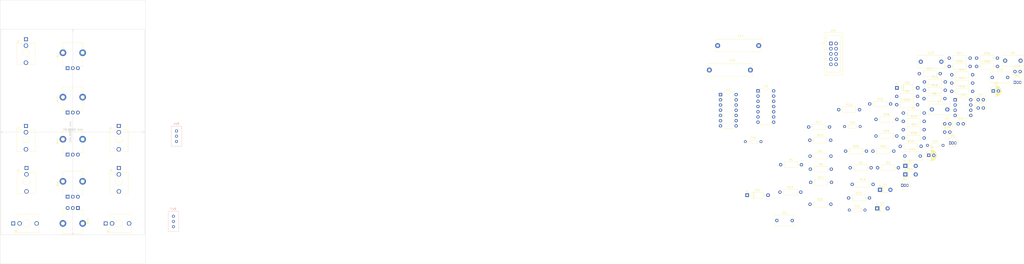
<source format=kicad_pcb>
(kicad_pcb (version 20211014) (generator pcbnew)

  (general
    (thickness 1.6)
  )

  (paper "A4")
  (layers
    (0 "F.Cu" signal)
    (31 "B.Cu" signal)
    (32 "B.Adhes" user "B.Adhesive")
    (33 "F.Adhes" user "F.Adhesive")
    (34 "B.Paste" user)
    (35 "F.Paste" user)
    (36 "B.SilkS" user "B.Silkscreen")
    (37 "F.SilkS" user "F.Silkscreen")
    (38 "B.Mask" user)
    (39 "F.Mask" user)
    (40 "Dwgs.User" user "User.Drawings")
    (41 "Cmts.User" user "User.Comments")
    (42 "Eco1.User" user "User.Eco1")
    (43 "Eco2.User" user "User.Eco2")
    (44 "Edge.Cuts" user)
    (45 "Margin" user)
    (46 "B.CrtYd" user "B.Courtyard")
    (47 "F.CrtYd" user "F.Courtyard")
    (48 "B.Fab" user)
    (49 "F.Fab" user)
    (50 "User.1" user)
    (51 "User.2" user)
    (52 "User.3" user)
    (53 "User.4" user)
    (54 "User.5" user)
    (55 "User.6" user)
    (56 "User.7" user)
    (57 "User.8" user)
    (58 "User.9" user)
  )

  (setup
    (pad_to_mask_clearance 0)
    (pcbplotparams
      (layerselection 0x00010fc_ffffffff)
      (disableapertmacros false)
      (usegerberextensions false)
      (usegerberattributes true)
      (usegerberadvancedattributes true)
      (creategerberjobfile true)
      (svguseinch false)
      (svgprecision 6)
      (excludeedgelayer true)
      (plotframeref false)
      (viasonmask false)
      (mode 1)
      (useauxorigin false)
      (hpglpennumber 1)
      (hpglpenspeed 20)
      (hpglpendiameter 15.000000)
      (dxfpolygonmode true)
      (dxfimperialunits true)
      (dxfusepcbnewfont true)
      (psnegative false)
      (psa4output false)
      (plotreference true)
      (plotvalue true)
      (plotinvisibletext false)
      (sketchpadsonfab false)
      (subtractmaskfromsilk false)
      (outputformat 1)
      (mirror false)
      (drillshape 1)
      (scaleselection 1)
      (outputdirectory "")
    )
  )

  (net 0 "")
  (net 1 "+12V")
  (net 2 "GNDREF")
  (net 3 "-12V")
  (net 4 "Net-(C5-Pad1)")
  (net 5 "Net-(C10-Pad1)")
  (net 6 "Net-(C10-Pad2)")
  (net 7 "Net-(C11-Pad1)")
  (net 8 "Net-(C11-Pad2)")
  (net 9 "Net-(C12-Pad1)")
  (net 10 "Net-(C12-Pad2)")
  (net 11 "Net-(C13-Pad1)")
  (net 12 "Net-(C13-Pad2)")
  (net 13 "Net-(D1-Pad2)")
  (net 14 "Net-(D2-Pad2)")
  (net 15 "Net-(C14-Pad1)")
  (net 16 "Net-(Q1-Pad3)")
  (net 17 "Net-(Q2-Pad1)")
  (net 18 "Net-(R1-Pad1)")
  (net 19 "Net-(R2-Pad1)")
  (net 20 "Net-(R3-Pad1)")
  (net 21 "Net-(R3-Pad2)")
  (net 22 "Net-(R4-Pad1)")
  (net 23 "Net-(R4-Pad2)")
  (net 24 "Net-(R5-Pad1)")
  (net 25 "Net-(J2-PadT)")
  (net 26 "Net-(R6-Pad1)")
  (net 27 "Net-(R6-Pad2)")
  (net 28 "Net-(R7-Pad2)")
  (net 29 "Net-(R10-Pad1)")
  (net 30 "Net-(R11-Pad2)")
  (net 31 "Net-(R12-Pad2)")
  (net 32 "Net-(R16-Pad1)")
  (net 33 "Net-(R19-Pad2)")
  (net 34 "Net-(R20-Pad1)")
  (net 35 "Net-(J4-PadT)")
  (net 36 "Net-(R23-Pad1)")
  (net 37 "Net-(R23-Pad2)")
  (net 38 "Net-(R24-Pad2)")
  (net 39 "Net-(R25-Pad2)")
  (net 40 "Net-(R27-Pad2)")
  (net 41 "Net-(R29-Pad1)")
  (net 42 "Net-(R31-Pad1)")
  (net 43 "Net-(J5-PadT)")
  (net 44 "Net-(J6-PadT)")
  (net 45 "Net-(R33-Pad2)")
  (net 46 "/FM IN LVL")
  (net 47 "Net-(J3-PadT)")
  (net 48 "unconnected-(RV7-Pad1)")
  (net 49 "Net-(VD1-Pad2)")
  (net 50 "Net-(VD2-Pad1)")
  (net 51 "Net-(C14-Pad2)")
  (net 52 "Net-(D4-Pad1)")
  (net 53 "unconnected-(J4-PadTN)")
  (net 54 "unconnected-(J5-PadTN)")
  (net 55 "unconnected-(J6-PadTN)")
  (net 56 "Net-(J7-PadT)")
  (net 57 "Net-(Q1-Pad2)")
  (net 58 "Net-(Q3-Pad3)")
  (net 59 "Net-(U3-Pad1)")

  (footprint "Resistor_THT:R_Axial_DIN0207_L6.3mm_D2.5mm_P10.16mm_Horizontal" (layer "F.Cu") (at 414.03 75.73))

  (footprint "Capacitor_THT:C_Disc_D5.0mm_W2.5mm_P2.50mm" (layer "F.Cu") (at 479.585113 64.05))

  (footprint "SynthMages:Jack_3.5mm_QingPu_WQP-PJ398SM_Vertical_CircularHoles_Socket_Centered" (layer "F.Cu") (at 32.45 88))

  (footprint "Resistor_THT:R_Axial_DIN0207_L6.3mm_D2.5mm_P10.16mm_Horizontal" (layer "F.Cu") (at 459.435113 62.84))

  (footprint "Resistor_THT:R_Axial_DIN0207_L6.3mm_D2.5mm_P10.16mm_Horizontal" (layer "F.Cu") (at 413.34 61.55))

  (footprint "Resistor_THT:R_Axial_DIN0207_L6.3mm_D2.5mm_P10.16mm_Horizontal" (layer "F.Cu") (at 483.025113 44.2))

  (footprint "Resistor_THT:R_Axial_DIN0207_L6.3mm_D2.5mm_P10.16mm_Horizontal" (layer "F.Cu") (at 432.79 96.1))

  (footprint "SynthMages:Potentiometer_Alpha_RD901F-40-00D_Single_Vertical_CircularHoles_Shaft_Centered" (layer "F.Cu") (at 55 47 90))

  (footprint "Resistor_THT:R_Axial_DIN0207_L6.3mm_D2.5mm_P10.16mm_Horizontal" (layer "F.Cu") (at 467.255113 35.55))

  (footprint "Capacitor_THT:C_Disc_D5.0mm_W2.5mm_P2.50mm" (layer "F.Cu") (at 486.135113 60))

  (footprint "SynthMages:Jack_3.5mm_QingPu_WQP-PJ398SM_Vertical_CircularHoles_Socket_Centered" (layer "F.Cu") (at 77.45 88))

  (footprint "Capacitor_THT:C_Rect_L10.3mm_W5.0mm_P7.50mm_MKS4" (layer "F.Cu") (at 473.355113 53))

  (footprint "Resistor_THT:R_Axial_DIN0207_L6.3mm_D2.5mm_P10.16mm_Horizontal" (layer "F.Cu") (at 483.025113 36.1))

  (footprint "Resistor_THT:R_Axial_DIN0207_L6.3mm_D2.5mm_P10.16mm_Horizontal" (layer "F.Cu") (at 414.19 82.07))

  (footprint "Package_DIP:DIP-8_W7.62mm" (layer "F.Cu") (at 484.655113 48.3))

  (footprint "Resistor_THT:R_Axial_DIN0207_L6.3mm_D2.5mm_P10.16mm_Horizontal" (layer "F.Cu") (at 446.895113 81.39))

  (footprint "Capacitor_THT:C_Rect_L9.0mm_W3.9mm_P7.50mm_MKT" (layer "F.Cu") (at 460.205113 75.69))

  (footprint "Resistor_THT:R_Axial_DIN0207_L6.3mm_D2.5mm_P10.16mm_Horizontal" (layer "F.Cu") (at 414 99.17))

  (footprint "Resistor_THT:R_Axial_DIN0204_L3.6mm_D1.6mm_P7.62mm_Horizontal" (layer "F.Cu") (at 382.51 68.67))

  (footprint "SynthMages:Jack_3.5mm_QingPu_WQP-PJ398SM_Vertical_CircularHoles_Socket_Centered" (layer "F.Cu") (at 32.2 67.5))

  (footprint "Resistor_THT:R_Axial_DIN0207_L6.3mm_D2.5mm_P10.16mm_Horizontal" (layer "F.Cu") (at 444.635113 73.29))

  (footprint "Resistor_THT:R_Axial_DIN0204_L3.6mm_D1.6mm_P7.62mm_Horizontal" (layer "F.Cu") (at 471.155113 70.49))

  (footprint "Resistor_THT:R_Axial_DIN0204_L3.6mm_D1.6mm_P7.62mm_Horizontal" (layer "F.Cu") (at 433.14 102.01))

  (footprint "Connector_IDC:IDC-Header_2x05_P2.54mm_Vertical" (layer "F.Cu") (at 424.16 20.87))

  (footprint "SynthMages:Jack_3.5mm_QingPu_WQP-PJ398SM_Vertical_CircularHoles_Socket_Centered" (layer "F.Cu") (at 77.5 108.5 90))

  (footprint "Resistor_THT:R_Axial_DIN0207_L6.3mm_D2.5mm_P10.16mm_Horizontal" (layer "F.Cu") (at 481.805113 28))

  (footprint "Resistor_THT:R_Axial_DIN0204_L3.6mm_D1.6mm_P7.62mm_Horizontal" (layer "F.Cu") (at 430.81 61.32))

  (footprint "SynthMages:Jack_3.5mm_QingPu_WQP-PJ398SM_Vertical_CircularHoles_Socket_Centered" (layer "F.Cu") (at 32.2 25.3))

  (footprint "Resistor_THT:R_Axial_DIN0207_L6.3mm_D2.5mm_P10.16mm_Horizontal" (layer "F.Cu") (at 399.68 79.91))

  (footprint "Resistor_THT:R_Axial_DIN0207_L6.3mm_D2.5mm_P10.16mm_Horizontal" (layer "F.Cu") (at 414.29 88.51))

  (footprint "Resistor_THT:R_Axial_DIN0207_L6.3mm_D2.5mm_P10.16mm_Horizontal" (layer "F.Cu") (at 457.945113 70.94))

  (footprint "Resistor_THT:R_Axial_DIN0207_L6.3mm_D2.5mm_P10.16mm_Horizontal" (layer "F.Cu") (at 399.35 93.26))

  (footprint "Package_DIP:DIP-14_W7.62mm" (layer "F.Cu") (at 370.41 45.755))

  (footprint "Package_TO_SOT_THT:TO-92_Inline" (layer "F.Cu") (at 458.925113 89.97))

  (footprint "Resistor_THT:R_Axial_DIN0207_L6.3mm_D2.5mm_P10.16mm_Horizontal" (layer "F.Cu") (at 413.89 67.98))

  (footprint "Resistor_THT:R_Axial_DIN0207_L6.3mm_D2.5mm_P10.16mm_Horizontal" (layer "F.Cu") (at 446.125113 65.94))

  (footprint "Capacitor_THT:C_Disc_D5.0mm_W2.5mm_P2.50mm" (layer "F.Cu") (at 513.825113 34.55))

  (footprint "Capacitor_THT:C_Disc_D5.0mm_W2.5mm_P2.50mm" (layer "F.Cu") (at 495.905113 48.25))

  (footprint "Capacitor_THT:CP_Radial_D5.0mm_P2.50mm" (layer "F.Cu") (at 503.264888 44))

  (footprint "Resistor_THT:R_Axial_DIN0207_L6.3mm_D2.5mm_P10.16mm_Horizontal" (layer "F.Cu") (at 427.95 53.11))

  (footprint "SynthMages:Potentiometer_Alpha_RD901F-40-00D_Single_Vertical_CircularHoles_Shaft_Centered" (layer "F.Cu") (at 55 108.5 -90))

  (footprint "Diode_THT:D_T-1_P5.08mm_Horizontal" (layer "F.Cu") (at 460.405113 84.64))

  (footprint "SynthMages:C_Rect_L22.0mm_W6.1mm_P20mm_MKT_BIG_RED_CAP" (layer "F.Cu") (at 369.02 21.9))

  (footprint "Resistor_THT:R_Axial_DIN0207_L6.3mm_D2.5mm_P10.16mm_Horizontal" (layer "F.Cu") (at 446.125113 57.84))

  (footprint "Resistor_THT:R_Axial_DIN0207_L6.3mm_D2.5mm_P10.16mm_Horizontal" (layer "F.Cu")
    (tedit 5AE5139B) (tstamp 875eb827-68e8-4f85-b1f0-15547f0fd904)
    (at 443.09 50.32)
    (descr "Resistor, Axial_DIN0207 series, Axial, Horizontal, pin pitch=10.16mm, 0.25W = 1/4W, length*diameter=6.3*2.5mm^2, http://cdn-reichelt.de/documents/datenblatt/B400/1_4W%23YAG.pdf")
    (tags "Resistor Axial_DIN0207 series Axial Horizontal pin pitch 10.16mm 0.25W = 1/4W length 6.3mm diameter 2.5mm")
    (property "Sheetfile" "Fireball.kicad_sch")
    (property "Sheetname" "")
    (path "/515aae10-aab2-4227-ab18-3be09190d2b3")
    (attr through_hole)
    (fp_text reference "R12" (at 5.08 -2.37) (layer "F.SilkS")
      (effects (font (size 1 1) (thickness 0.15)))
      (tstamp 7508db9c-4356-48fc-9d48-4c803759cb61)
    )
    (fp_text value "100k" (at 5.08 2.37) (layer "F.Fab")
      (effects (font (size 1 1) (thickness 0.15)))
      (tstamp 147a0cb8-1b30-40b4-813a-1ed877d32f9b)
    )
    (fp_text user "${REFERENCE}" (at 5.08 0) (layer "F.Fab")
      (effects (font (size 1 1) (thickness 0.15)))
      (tstamp 18416ef0-f9f1-491e-9fa4-8883333837f3)
    )
    (fp_line (start 9.12 0) (end 8.35 0) (layer "F.SilkS") (width 0.12) (tstamp 9e11cf5d-219b-47b0-b0e8-287b23327df3))
    (fp_line (start 8.35 1.37) (end 8.35 -1.37) (layer "F.SilkS") (width 0.12) (tstamp b06673be-9603-49ce-b4db-530ca16b58cb))
    (fp_line (start 1.04 0) (end 1.81 0) (layer "F.SilkS") (width 0.12) (tstamp bfc0bf46-e5b6-4bfe-9d54-1dbc9d90fcb4))
    (fp_line (start 8.35 -1.37) (end 1.81 -1.37) (layer "F.SilkS") (width 0.12) (tstamp c0051d1a-023d-4fbe-977c-6397e7500318))
    (fp_line (start 1.81 1.37) (end 8.35 1.37) (layer "F.SilkS") (width 0.12) (tstamp e4903159-7b7c-4e43-9a78-9f43395f785f))
    (fp_line (start 1.81 -1.37) (end 1.81 1.37) (layer "F.SilkS") (width 0.12) (tstamp f9521851-1431-47c3-a0f8-43f3dc09536d))
    (fp_line (start 11.21 -1.5) (end -1.05 -1.5) (layer "F.CrtYd") (width 0.05) (tstamp 445e17df-955a-45cf-a77d-f6feb369b38f))
    (fp_line (start 11.21 1.5) (end 11.21 -1.5) (layer "F.CrtYd") (width 0.05) (tstamp 677db1e6-0709-489e-9241-f096d99b3a99))
    (fp_line (start -1.05 1.5) (end 11.21 1.5) (layer "F.CrtYd") (width 0.05) (tstamp 7b114399-cdf2-4a94-9cac-15f3a42e2b6a))
    (fp_line (start -1.05 -1.5) (end -1.05 1.5) (layer "F.CrtYd") (width 0.05) (tstamp 8fd5f04e-34d3-45ba-b860-bd5f3bea8d8b))
    (fp_line (start 0 0) (end 1.93 0) (layer "F.Fab") (width 0.1) (tstamp 18ee179a-d0b7-4033-bb38-30a76d9ceb27))
    (fp_line (start 1.93 -1.25) (end 1.93 1.25) (layer "F.Fab") (width 0.1) (tstamp 3d61e910-e0fb-4b17-87ee-ef2318563de4))
    (fp_line (start 8.23 -1.25) (end 1.93 -1.25) (layer "F.Fab") (width 0.1) (tstamp 9697f67f-e79a-4452-9635-421122e38c21))
    (fp_line (start 1.93 1.25) (end 8.23 1.25) (layer "F.Fab") (width 0.1) (tstamp b7cc0de8-2636-4f73-baf6-9599f50a488a))
    (fp_line (start 8.23 1.25) (end 8.23 -1.25) (layer "F.Fab") (width 0.1) (tstamp d408a226-8c24-4949-aac6-22bea27a295c))
    (fp_line (start 10.16 0) (end 8.23 0) (layer "F.Fab") (width 0.1) (tstamp da058e18-19fe-4da6
... [165183 chars truncated]
</source>
